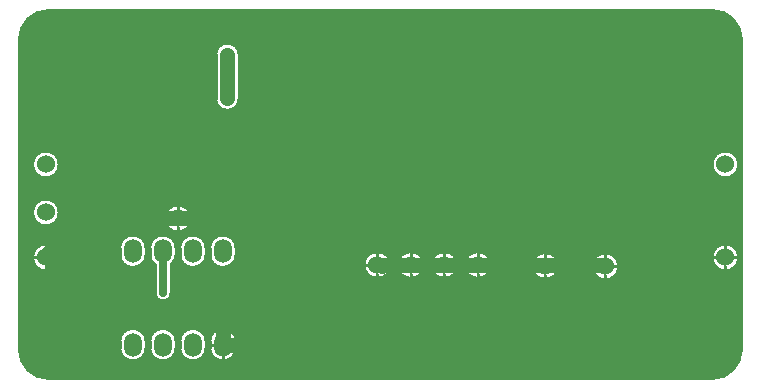
<source format=gbl>
G04 Layer: BottomLayer*
G04 EasyEDA Pro v2.2.45.4, 2025-12-20 17:50:56*
G04 Gerber Generator version 0.3*
G04 Scale: 100 percent, Rotated: No, Reflected: No*
G04 Dimensions in millimeters*
G04 Leading zeros omitted, absolute positions, 4 integers and 5 decimals*
G04 Generated by one-click*
%FSLAX45Y45*%
%MOMM*%
%ADD10C,0.381*%
%ADD11C,0.254*%
%ADD12C,1.524*%
%ADD13O,1.524X2.0*%
%ADD14C,0.61*%
%ADD15C,1.27*%
%ADD16C,0.6431*%
%ADD17C,0.635*%
G75*


G04 Copper Start*
G36*
G01X1562100Y361950D02*
G01X1562100Y-2266950D01*
G01X1560090Y-2297617D01*
G01X1554094Y-2327760D01*
G01X1544215Y-2356861D01*
G01X1530623Y-2384425D01*
G01X1513548Y-2409978D01*
G01X1493285Y-2433085D01*
G01X1470178Y-2453348D01*
G01X1444625Y-2470423D01*
G01X1417061Y-2484015D01*
G01X1387960Y-2493894D01*
G01X1357817Y-2499890D01*
G01X1327150Y-2501900D01*
G01X-4298950Y-2501900D01*
G01X-4329617Y-2499890D01*
G01X-4359760Y-2493894D01*
G01X-4388861Y-2484015D01*
G01X-4416425Y-2470423D01*
G01X-4441978Y-2453348D01*
G01X-4465085Y-2433085D01*
G01X-4485348Y-2409978D01*
G01X-4502423Y-2384425D01*
G01X-4516015Y-2356861D01*
G01X-4525894Y-2327760D01*
G01X-4531890Y-2297617D01*
G01X-4533900Y-2266950D01*
G01X-4533900Y-2199996D01*
G01X-3702304Y-2199996D01*
G01X-3702304Y-2247595D01*
G01X-3700467Y-2268590D01*
G01X-3695013Y-2288947D01*
G01X-3686106Y-2308047D01*
G01X-3674018Y-2325311D01*
G01X-3659116Y-2340213D01*
G01X-3641852Y-2352301D01*
G01X-3622752Y-2361208D01*
G01X-3602395Y-2366662D01*
G01X-3581400Y-2368499D01*
G01X-3560405Y-2366662D01*
G01X-3540048Y-2361208D01*
G01X-3520948Y-2352301D01*
G01X-3503684Y-2340213D01*
G01X-3488782Y-2325311D01*
G01X-3476694Y-2308047D01*
G01X-3467787Y-2288947D01*
G01X-3462333Y-2268590D01*
G01X-3460496Y-2247595D01*
G01X-3460496Y-2199996D01*
G01X-3448304Y-2199996D01*
G01X-3448304Y-2247595D01*
G01X-3446467Y-2268590D01*
G01X-3441013Y-2288947D01*
G01X-3432106Y-2308047D01*
G01X-3420018Y-2325311D01*
G01X-3405116Y-2340213D01*
G01X-3387852Y-2352301D01*
G01X-3368752Y-2361208D01*
G01X-3348395Y-2366662D01*
G01X-3327400Y-2368499D01*
G01X-3306405Y-2366662D01*
G01X-3286048Y-2361208D01*
G01X-3266948Y-2352301D01*
G01X-3249684Y-2340213D01*
G01X-3234782Y-2325311D01*
G01X-3222694Y-2308047D01*
G01X-3213787Y-2288947D01*
G01X-3208333Y-2268590D01*
G01X-3206496Y-2247595D01*
G01X-3206496Y-2199996D01*
G01X-3194304Y-2199996D01*
G01X-3194304Y-2247595D01*
G01X-3192467Y-2268590D01*
G01X-3187013Y-2288947D01*
G01X-3178106Y-2308047D01*
G01X-3166018Y-2325311D01*
G01X-3151116Y-2340213D01*
G01X-3133852Y-2352301D01*
G01X-3114752Y-2361208D01*
G01X-3094395Y-2366662D01*
G01X-3073400Y-2368499D01*
G01X-3052405Y-2366662D01*
G01X-3032048Y-2361208D01*
G01X-3012948Y-2352301D01*
G01X-2995684Y-2340213D01*
G01X-2980782Y-2325311D01*
G01X-2968694Y-2308047D01*
G01X-2959787Y-2288947D01*
G01X-2954333Y-2268590D01*
G01X-2952496Y-2247595D01*
G01X-2952496Y-2199996D01*
G01X-2940304Y-2199996D01*
G01X-2940304Y-2247595D01*
G01X-2938467Y-2268590D01*
G01X-2933013Y-2288947D01*
G01X-2924106Y-2308047D01*
G01X-2912018Y-2325311D01*
G01X-2897116Y-2340213D01*
G01X-2879852Y-2352301D01*
G01X-2860752Y-2361208D01*
G01X-2840395Y-2366662D01*
G01X-2819400Y-2368499D01*
G01X-2798405Y-2366662D01*
G01X-2778048Y-2361208D01*
G01X-2758948Y-2352301D01*
G01X-2741684Y-2340213D01*
G01X-2726782Y-2325311D01*
G01X-2714694Y-2308047D01*
G01X-2705787Y-2288947D01*
G01X-2700333Y-2268590D01*
G01X-2698496Y-2247595D01*
G01X-2698496Y-2199996D01*
G01X-2700333Y-2179001D01*
G01X-2705787Y-2158644D01*
G01X-2714694Y-2139544D01*
G01X-2726782Y-2122280D01*
G01X-2741684Y-2107378D01*
G01X-2758948Y-2095290D01*
G01X-2778048Y-2086383D01*
G01X-2798405Y-2080928D01*
G01X-2819400Y-2079092D01*
G01X-2840395Y-2080928D01*
G01X-2860752Y-2086383D01*
G01X-2879852Y-2095290D01*
G01X-2897116Y-2107378D01*
G01X-2912018Y-2122280D01*
G01X-2924106Y-2139544D01*
G01X-2933013Y-2158644D01*
G01X-2938467Y-2179001D01*
G01X-2940304Y-2199996D01*
G01X-2940304Y-2199996D01*
G01X-2952496Y-2199996D01*
G01X-2954333Y-2179001D01*
G01X-2959787Y-2158644D01*
G01X-2968694Y-2139544D01*
G01X-2980782Y-2122280D01*
G01X-2995684Y-2107378D01*
G01X-3012948Y-2095290D01*
G01X-3032048Y-2086383D01*
G01X-3052405Y-2080928D01*
G01X-3073400Y-2079092D01*
G01X-3094395Y-2080928D01*
G01X-3114752Y-2086383D01*
G01X-3133852Y-2095290D01*
G01X-3151116Y-2107378D01*
G01X-3166018Y-2122280D01*
G01X-3178106Y-2139544D01*
G01X-3187013Y-2158644D01*
G01X-3192467Y-2179001D01*
G01X-3194304Y-2199996D01*
G01X-3194304Y-2199996D01*
G01X-3206496Y-2199996D01*
G01X-3208333Y-2179001D01*
G01X-3213787Y-2158644D01*
G01X-3222694Y-2139544D01*
G01X-3234782Y-2122280D01*
G01X-3249684Y-2107378D01*
G01X-3266948Y-2095290D01*
G01X-3286048Y-2086383D01*
G01X-3306405Y-2080928D01*
G01X-3327400Y-2079092D01*
G01X-3348395Y-2080928D01*
G01X-3368752Y-2086383D01*
G01X-3387852Y-2095290D01*
G01X-3405116Y-2107378D01*
G01X-3420018Y-2122280D01*
G01X-3432106Y-2139544D01*
G01X-3441013Y-2158644D01*
G01X-3446467Y-2179001D01*
G01X-3448304Y-2199996D01*
G01X-3448304Y-2199996D01*
G01X-3460496Y-2199996D01*
G01X-3462333Y-2179001D01*
G01X-3467787Y-2158644D01*
G01X-3476694Y-2139544D01*
G01X-3488782Y-2122280D01*
G01X-3503684Y-2107378D01*
G01X-3520948Y-2095290D01*
G01X-3540048Y-2086383D01*
G01X-3560405Y-2080928D01*
G01X-3581400Y-2079092D01*
G01X-3602395Y-2080928D01*
G01X-3622752Y-2086383D01*
G01X-3641852Y-2095290D01*
G01X-3659116Y-2107378D01*
G01X-3674018Y-2122280D01*
G01X-3686106Y-2139544D01*
G01X-3695013Y-2158644D01*
G01X-3700467Y-2179001D01*
G01X-3702304Y-2199996D01*
G01X-3702304Y-2199996D01*
G01X-4533900Y-2199996D01*
G01X-4533900Y-1485900D01*
G01X-4438904Y-1485900D01*
G01X-4437067Y-1506895D01*
G01X-4431613Y-1527252D01*
G01X-4422706Y-1546352D01*
G01X-4410618Y-1563616D01*
G01X-4395716Y-1578518D01*
G01X-4378452Y-1590606D01*
G01X-4359352Y-1599513D01*
G01X-4338995Y-1604967D01*
G01X-4318000Y-1606804D01*
G01X-4297005Y-1604967D01*
G01X-4276648Y-1599513D01*
G01X-4257548Y-1590606D01*
G01X-4240284Y-1578518D01*
G01X-4225382Y-1563616D01*
G01X-4213294Y-1546352D01*
G01X-4204387Y-1527252D01*
G01X-4198933Y-1506895D01*
G01X-4197096Y-1485900D01*
G01X-4198933Y-1464905D01*
G01X-4204387Y-1444548D01*
G01X-4213294Y-1425448D01*
G01X-4224108Y-1410005D01*
G01X-3702304Y-1410005D01*
G01X-3702304Y-1457604D01*
G01X-3700467Y-1478599D01*
G01X-3695013Y-1498956D01*
G01X-3686106Y-1518056D01*
G01X-3674018Y-1535320D01*
G01X-3659116Y-1550222D01*
G01X-3641852Y-1562310D01*
G01X-3622752Y-1571217D01*
G01X-3602395Y-1576672D01*
G01X-3581400Y-1578508D01*
G01X-3560405Y-1576672D01*
G01X-3540048Y-1571217D01*
G01X-3520948Y-1562310D01*
G01X-3503684Y-1550222D01*
G01X-3488782Y-1535320D01*
G01X-3476694Y-1518056D01*
G01X-3467787Y-1498956D01*
G01X-3462333Y-1478599D01*
G01X-3460496Y-1457604D01*
G01X-3460496Y-1410005D01*
G01X-3448304Y-1410005D01*
G01X-3448304Y-1457604D01*
G01X-3446350Y-1479253D01*
G01X-3440552Y-1500201D01*
G01X-3431096Y-1519773D01*
G01X-3418289Y-1537335D01*
G01X-3402544Y-1552321D01*
G01X-3402544Y-1786095D01*
G01X-3402544Y-1786095D01*
G01X-3400627Y-1803108D01*
G01X-3394973Y-1819267D01*
G01X-3385864Y-1833763D01*
G01X-3373758Y-1845869D01*
G01X-3359262Y-1854978D01*
G01X-3343103Y-1860632D01*
G01X-3326090Y-1862549D01*
G01X-3309077Y-1860632D01*
G01X-3292918Y-1854978D01*
G01X-3278422Y-1845869D01*
G01X-3266316Y-1833763D01*
G01X-3257207Y-1819267D01*
G01X-3251553Y-1803108D01*
G01X-3249636Y-1786095D01*
G01X-3249636Y-1550182D01*
G01X-3234750Y-1535281D01*
G01X-3222675Y-1518024D01*
G01X-3213779Y-1498932D01*
G01X-3208331Y-1478587D01*
G01X-3206496Y-1457604D01*
G01X-3206496Y-1410005D01*
G01X-3194304Y-1410005D01*
G01X-3194304Y-1457604D01*
G01X-3192467Y-1478599D01*
G01X-3187013Y-1498956D01*
G01X-3178106Y-1518056D01*
G01X-3166018Y-1535320D01*
G01X-3151116Y-1550222D01*
G01X-3133852Y-1562310D01*
G01X-3114752Y-1571217D01*
G01X-3094395Y-1576672D01*
G01X-3073400Y-1578508D01*
G01X-3052405Y-1576672D01*
G01X-3032048Y-1571217D01*
G01X-3012948Y-1562310D01*
G01X-2995684Y-1550222D01*
G01X-2980782Y-1535320D01*
G01X-2968694Y-1518056D01*
G01X-2959787Y-1498956D01*
G01X-2954333Y-1478599D01*
G01X-2952496Y-1457604D01*
G01X-2952496Y-1410005D01*
G01X-2940304Y-1410005D01*
G01X-2940304Y-1457604D01*
G01X-2938467Y-1478599D01*
G01X-2933013Y-1498956D01*
G01X-2924106Y-1518056D01*
G01X-2912018Y-1535320D01*
G01X-2897116Y-1550222D01*
G01X-2879852Y-1562310D01*
G01X-2860752Y-1571217D01*
G01X-2840395Y-1576672D01*
G01X-2819400Y-1578508D01*
G01X-2798405Y-1576672D01*
G01X-2778048Y-1571217D01*
G01X-2758948Y-1562310D01*
G01X-2741684Y-1550222D01*
G01X-2740862Y-1549400D01*
G01X-1632204Y-1549400D01*
G01X-1630367Y-1570395D01*
G01X-1624913Y-1590752D01*
G01X-1616006Y-1609852D01*
G01X-1603918Y-1627116D01*
G01X-1589016Y-1642018D01*
G01X-1571752Y-1654106D01*
G01X-1552652Y-1663013D01*
G01X-1532295Y-1668467D01*
G01X-1511300Y-1670304D01*
G01X-1490305Y-1668467D01*
G01X-1469948Y-1663013D01*
G01X-1450848Y-1654106D01*
G01X-1433584Y-1642018D01*
G01X-1418682Y-1627116D01*
G01X-1406594Y-1609852D01*
G01X-1397687Y-1590752D01*
G01X-1392233Y-1570395D01*
G01X-1390425Y-1549730D01*
G01X-1348571Y-1549730D01*
G01X-1346734Y-1570725D01*
G01X-1341279Y-1591082D01*
G01X-1332373Y-1610182D01*
G01X-1320285Y-1627446D01*
G01X-1305382Y-1642348D01*
G01X-1288119Y-1654436D01*
G01X-1269018Y-1663343D01*
G01X-1248661Y-1668797D01*
G01X-1227667Y-1670634D01*
G01X-1206672Y-1668797D01*
G01X-1186315Y-1663343D01*
G01X-1167215Y-1654436D01*
G01X-1149951Y-1642348D01*
G01X-1135049Y-1627446D01*
G01X-1122961Y-1610182D01*
G01X-1114054Y-1591082D01*
G01X-1108599Y-1570725D01*
G01X-1106763Y-1549730D01*
G01X-1064937Y-1549730D01*
G01X-1063101Y-1570725D01*
G01X-1057646Y-1591082D01*
G01X-1048739Y-1610182D01*
G01X-1036651Y-1627446D01*
G01X-1021749Y-1642348D01*
G01X-1004485Y-1654436D01*
G01X-985385Y-1663343D01*
G01X-965028Y-1668797D01*
G01X-944033Y-1670634D01*
G01X-923039Y-1668797D01*
G01X-902682Y-1663343D01*
G01X-883581Y-1654436D01*
G01X-866318Y-1642348D01*
G01X-851415Y-1627446D01*
G01X-839327Y-1610182D01*
G01X-830421Y-1591082D01*
G01X-824966Y-1570725D01*
G01X-823129Y-1549730D01*
G01X-823158Y-1549400D01*
G01X-781304Y-1549400D01*
G01X-779467Y-1570395D01*
G01X-774013Y-1590752D01*
G01X-765106Y-1609852D01*
G01X-753018Y-1627116D01*
G01X-738116Y-1642018D01*
G01X-720852Y-1654106D01*
G01X-701752Y-1663013D01*
G01X-681395Y-1668467D01*
G01X-660400Y-1670304D01*
G01X-639405Y-1668467D01*
G01X-619048Y-1663013D01*
G01X-599948Y-1654106D01*
G01X-582684Y-1642018D01*
G01X-567782Y-1627116D01*
G01X-555694Y-1609852D01*
G01X-546787Y-1590752D01*
G01X-541333Y-1570395D01*
G01X-540204Y-1557487D01*
G01X-211640Y-1557487D01*
G01X-209803Y-1578482D01*
G01X-204348Y-1598839D01*
G01X-195442Y-1617939D01*
G01X-183353Y-1635203D01*
G01X-168451Y-1650105D01*
G01X-151188Y-1662193D01*
G01X-132087Y-1671100D01*
G01X-111730Y-1676555D01*
G01X-90736Y-1678391D01*
G01X-69741Y-1676555D01*
G01X-49384Y-1671100D01*
G01X-30284Y-1662193D01*
G01X-13020Y-1650105D01*
G01X1882Y-1635203D01*
G01X13970Y-1617939D01*
G01X22877Y-1598839D01*
G01X28332Y-1578482D01*
G01X29765Y-1562100D01*
G01X298196Y-1562100D01*
G01X300033Y-1583095D01*
G01X305487Y-1603452D01*
G01X314394Y-1622552D01*
G01X326482Y-1639816D01*
G01X341384Y-1654718D01*
G01X358648Y-1666806D01*
G01X377748Y-1675713D01*
G01X398105Y-1681167D01*
G01X419100Y-1683004D01*
G01X440095Y-1681167D01*
G01X460452Y-1675713D01*
G01X479552Y-1666806D01*
G01X496816Y-1654718D01*
G01X511718Y-1639816D01*
G01X523806Y-1622552D01*
G01X532713Y-1603452D01*
G01X538167Y-1583095D01*
G01X540004Y-1562100D01*
G01X538167Y-1541105D01*
G01X532713Y-1520748D01*
G01X523806Y-1501648D01*
G01X512779Y-1485900D01*
G01X1314196Y-1485900D01*
G01X1316033Y-1506895D01*
G01X1321487Y-1527252D01*
G01X1330394Y-1546352D01*
G01X1342482Y-1563616D01*
G01X1357384Y-1578518D01*
G01X1374648Y-1590606D01*
G01X1393748Y-1599513D01*
G01X1414105Y-1604967D01*
G01X1435100Y-1606804D01*
G01X1456095Y-1604967D01*
G01X1476452Y-1599513D01*
G01X1495552Y-1590606D01*
G01X1512816Y-1578518D01*
G01X1527718Y-1563616D01*
G01X1539806Y-1546352D01*
G01X1548713Y-1527252D01*
G01X1554167Y-1506895D01*
G01X1556004Y-1485900D01*
G01X1554167Y-1464905D01*
G01X1548713Y-1444548D01*
G01X1539806Y-1425448D01*
G01X1527718Y-1408184D01*
G01X1512816Y-1393282D01*
G01X1495552Y-1381194D01*
G01X1476452Y-1372287D01*
G01X1456095Y-1366833D01*
G01X1435100Y-1364996D01*
G01X1414105Y-1366833D01*
G01X1393748Y-1372287D01*
G01X1374648Y-1381194D01*
G01X1357384Y-1393282D01*
G01X1342482Y-1408184D01*
G01X1330394Y-1425448D01*
G01X1321487Y-1444548D01*
G01X1316033Y-1464905D01*
G01X1314196Y-1485900D01*
G01X1314196Y-1485900D01*
G01X512779Y-1485900D01*
G01X511718Y-1484384D01*
G01X496816Y-1469482D01*
G01X479552Y-1457394D01*
G01X460452Y-1448487D01*
G01X440095Y-1443033D01*
G01X419100Y-1441196D01*
G01X398105Y-1443033D01*
G01X377748Y-1448487D01*
G01X358648Y-1457394D01*
G01X341384Y-1469482D01*
G01X326482Y-1484384D01*
G01X314394Y-1501648D01*
G01X305487Y-1520748D01*
G01X300033Y-1541105D01*
G01X298196Y-1562100D01*
G01X298196Y-1562100D01*
G01X29765Y-1562100D01*
G01X30168Y-1557487D01*
G01X28332Y-1536493D01*
G01X22877Y-1516136D01*
G01X13970Y-1497035D01*
G01X1882Y-1479772D01*
G01X-13020Y-1464870D01*
G01X-30284Y-1452781D01*
G01X-49384Y-1443875D01*
G01X-69741Y-1438420D01*
G01X-90736Y-1436583D01*
G01X-111730Y-1438420D01*
G01X-132087Y-1443875D01*
G01X-151188Y-1452781D01*
G01X-168451Y-1464870D01*
G01X-183353Y-1479772D01*
G01X-195442Y-1497035D01*
G01X-204348Y-1516136D01*
G01X-209803Y-1536493D01*
G01X-211640Y-1557487D01*
G01X-211640Y-1557487D01*
G01X-540204Y-1557487D01*
G01X-539496Y-1549400D01*
G01X-541333Y-1528405D01*
G01X-546787Y-1508048D01*
G01X-555694Y-1488948D01*
G01X-567782Y-1471684D01*
G01X-582684Y-1456782D01*
G01X-599948Y-1444694D01*
G01X-619048Y-1435787D01*
G01X-639405Y-1430333D01*
G01X-660400Y-1428496D01*
G01X-681395Y-1430333D01*
G01X-701752Y-1435787D01*
G01X-720852Y-1444694D01*
G01X-738116Y-1456782D01*
G01X-753018Y-1471684D01*
G01X-765106Y-1488948D01*
G01X-774013Y-1508048D01*
G01X-779467Y-1528405D01*
G01X-781304Y-1549400D01*
G01X-781304Y-1549400D01*
G01X-823158Y-1549400D01*
G01X-824966Y-1528735D01*
G01X-830421Y-1508379D01*
G01X-839327Y-1489278D01*
G01X-851415Y-1472015D01*
G01X-866318Y-1457112D01*
G01X-883581Y-1445024D01*
G01X-902682Y-1436118D01*
G01X-923039Y-1430663D01*
G01X-944033Y-1428826D01*
G01X-965028Y-1430663D01*
G01X-985385Y-1436118D01*
G01X-1004485Y-1445024D01*
G01X-1021749Y-1457112D01*
G01X-1036651Y-1472015D01*
G01X-1048739Y-1489278D01*
G01X-1057646Y-1508379D01*
G01X-1063101Y-1528735D01*
G01X-1064937Y-1549730D01*
G01X-1064937Y-1549730D01*
G01X-1106763Y-1549730D01*
G01X-1108599Y-1528735D01*
G01X-1114054Y-1508379D01*
G01X-1122961Y-1489278D01*
G01X-1135049Y-1472015D01*
G01X-1149951Y-1457112D01*
G01X-1167215Y-1445024D01*
G01X-1186315Y-1436118D01*
G01X-1206672Y-1430663D01*
G01X-1227667Y-1428826D01*
G01X-1248661Y-1430663D01*
G01X-1269018Y-1436118D01*
G01X-1288119Y-1445024D01*
G01X-1305382Y-1457112D01*
G01X-1320285Y-1472015D01*
G01X-1332373Y-1489278D01*
G01X-1341279Y-1508379D01*
G01X-1346734Y-1528735D01*
G01X-1348571Y-1549730D01*
G01X-1348571Y-1549730D01*
G01X-1390425Y-1549730D01*
G01X-1390396Y-1549400D01*
G01X-1392233Y-1528405D01*
G01X-1397687Y-1508048D01*
G01X-1406594Y-1488948D01*
G01X-1418682Y-1471684D01*
G01X-1433584Y-1456782D01*
G01X-1450848Y-1444694D01*
G01X-1469948Y-1435787D01*
G01X-1490305Y-1430333D01*
G01X-1511300Y-1428496D01*
G01X-1532295Y-1430333D01*
G01X-1552652Y-1435787D01*
G01X-1571752Y-1444694D01*
G01X-1589016Y-1456782D01*
G01X-1603918Y-1471684D01*
G01X-1616006Y-1488948D01*
G01X-1624913Y-1508048D01*
G01X-1630367Y-1528405D01*
G01X-1632204Y-1549400D01*
G01X-1632204Y-1549400D01*
G01X-2740862Y-1549400D01*
G01X-2726782Y-1535320D01*
G01X-2714694Y-1518056D01*
G01X-2705787Y-1498956D01*
G01X-2700333Y-1478599D01*
G01X-2698496Y-1457604D01*
G01X-2698496Y-1410005D01*
G01X-2700333Y-1389010D01*
G01X-2705787Y-1368653D01*
G01X-2714694Y-1349553D01*
G01X-2726782Y-1332289D01*
G01X-2741684Y-1317387D01*
G01X-2758948Y-1305299D01*
G01X-2778048Y-1296392D01*
G01X-2798405Y-1290938D01*
G01X-2819400Y-1289101D01*
G01X-2840395Y-1290938D01*
G01X-2860752Y-1296392D01*
G01X-2879852Y-1305299D01*
G01X-2897116Y-1317387D01*
G01X-2912018Y-1332289D01*
G01X-2924106Y-1349553D01*
G01X-2933013Y-1368653D01*
G01X-2938467Y-1389010D01*
G01X-2940304Y-1410005D01*
G01X-2940304Y-1410005D01*
G01X-2952496Y-1410005D01*
G01X-2954333Y-1389010D01*
G01X-2959787Y-1368653D01*
G01X-2968694Y-1349553D01*
G01X-2980782Y-1332289D01*
G01X-2995684Y-1317387D01*
G01X-3012948Y-1305299D01*
G01X-3032048Y-1296392D01*
G01X-3052405Y-1290938D01*
G01X-3073400Y-1289101D01*
G01X-3094395Y-1290938D01*
G01X-3114752Y-1296392D01*
G01X-3133852Y-1305299D01*
G01X-3151116Y-1317387D01*
G01X-3166018Y-1332289D01*
G01X-3178106Y-1349553D01*
G01X-3187013Y-1368653D01*
G01X-3192467Y-1389010D01*
G01X-3194304Y-1410005D01*
G01X-3194304Y-1410005D01*
G01X-3206496Y-1410005D01*
G01X-3208333Y-1389010D01*
G01X-3213787Y-1368653D01*
G01X-3222694Y-1349553D01*
G01X-3234782Y-1332289D01*
G01X-3249684Y-1317387D01*
G01X-3266948Y-1305299D01*
G01X-3286048Y-1296392D01*
G01X-3306405Y-1290938D01*
G01X-3327400Y-1289101D01*
G01X-3348395Y-1290938D01*
G01X-3368752Y-1296392D01*
G01X-3387852Y-1305299D01*
G01X-3405116Y-1317387D01*
G01X-3420018Y-1332289D01*
G01X-3432106Y-1349553D01*
G01X-3441013Y-1368653D01*
G01X-3446467Y-1389010D01*
G01X-3448304Y-1410005D01*
G01X-3460496Y-1410005D01*
G01X-3462333Y-1389010D01*
G01X-3467787Y-1368653D01*
G01X-3476694Y-1349553D01*
G01X-3488782Y-1332289D01*
G01X-3503684Y-1317387D01*
G01X-3520948Y-1305299D01*
G01X-3540048Y-1296392D01*
G01X-3560405Y-1290938D01*
G01X-3581400Y-1289101D01*
G01X-3602395Y-1290938D01*
G01X-3622752Y-1296392D01*
G01X-3641852Y-1305299D01*
G01X-3659116Y-1317387D01*
G01X-3674018Y-1332289D01*
G01X-3686106Y-1349553D01*
G01X-3695013Y-1368653D01*
G01X-3700467Y-1389010D01*
G01X-3702304Y-1410005D01*
G01X-3702304Y-1410005D01*
G01X-4224108Y-1410005D01*
G01X-4225382Y-1408184D01*
G01X-4240284Y-1393282D01*
G01X-4257548Y-1381194D01*
G01X-4276648Y-1372287D01*
G01X-4297005Y-1366833D01*
G01X-4318000Y-1364996D01*
G01X-4338995Y-1366833D01*
G01X-4359352Y-1372287D01*
G01X-4378452Y-1381194D01*
G01X-4395716Y-1393282D01*
G01X-4410618Y-1408184D01*
G01X-4422706Y-1425448D01*
G01X-4431613Y-1444548D01*
G01X-4437067Y-1464905D01*
G01X-4438904Y-1485900D01*
G01X-4438904Y-1485900D01*
G01X-4533900Y-1485900D01*
G01X-4533900Y-1104900D01*
G01X-4438904Y-1104900D01*
G01X-4437067Y-1125895D01*
G01X-4431613Y-1146252D01*
G01X-4422706Y-1165352D01*
G01X-4410618Y-1182616D01*
G01X-4395716Y-1197518D01*
G01X-4378452Y-1209606D01*
G01X-4359352Y-1218513D01*
G01X-4338995Y-1223967D01*
G01X-4318000Y-1225804D01*
G01X-4297005Y-1223967D01*
G01X-4276648Y-1218513D01*
G01X-4257548Y-1209606D01*
G01X-4240284Y-1197518D01*
G01X-4225382Y-1182616D01*
G01X-4213294Y-1165352D01*
G01X-4208793Y-1155700D01*
G01X-3321304Y-1155700D01*
G01X-3319467Y-1176695D01*
G01X-3314013Y-1197052D01*
G01X-3305106Y-1216152D01*
G01X-3293018Y-1233416D01*
G01X-3278116Y-1248318D01*
G01X-3260852Y-1260406D01*
G01X-3241752Y-1269313D01*
G01X-3221395Y-1274767D01*
G01X-3200400Y-1276604D01*
G01X-3179405Y-1274767D01*
G01X-3159048Y-1269313D01*
G01X-3139948Y-1260406D01*
G01X-3122684Y-1248318D01*
G01X-3107782Y-1233416D01*
G01X-3095694Y-1216152D01*
G01X-3086787Y-1197052D01*
G01X-3081333Y-1176695D01*
G01X-3079496Y-1155700D01*
G01X-3081333Y-1134705D01*
G01X-3086787Y-1114348D01*
G01X-3095694Y-1095248D01*
G01X-3107782Y-1077984D01*
G01X-3122684Y-1063082D01*
G01X-3139948Y-1050994D01*
G01X-3159048Y-1042087D01*
G01X-3179405Y-1036633D01*
G01X-3200400Y-1034796D01*
G01X-3221395Y-1036633D01*
G01X-3241752Y-1042087D01*
G01X-3260852Y-1050994D01*
G01X-3278116Y-1063082D01*
G01X-3293018Y-1077984D01*
G01X-3305106Y-1095248D01*
G01X-3314013Y-1114348D01*
G01X-3319467Y-1134705D01*
G01X-3321304Y-1155700D01*
G01X-3321304Y-1155700D01*
G01X-4208793Y-1155700D01*
G01X-4204387Y-1146252D01*
G01X-4198933Y-1125895D01*
G01X-4197096Y-1104900D01*
G01X-4198933Y-1083905D01*
G01X-4204387Y-1063548D01*
G01X-4213294Y-1044448D01*
G01X-4225382Y-1027184D01*
G01X-4240284Y-1012282D01*
G01X-4257548Y-1000194D01*
G01X-4276648Y-991287D01*
G01X-4297005Y-985833D01*
G01X-4318000Y-983996D01*
G01X-4338995Y-985833D01*
G01X-4359352Y-991287D01*
G01X-4378452Y-1000194D01*
G01X-4395716Y-1012282D01*
G01X-4410618Y-1027184D01*
G01X-4422706Y-1044448D01*
G01X-4431613Y-1063548D01*
G01X-4437067Y-1083905D01*
G01X-4438904Y-1104900D01*
G01X-4438904Y-1104900D01*
G01X-4533900Y-1104900D01*
G01X-4533900Y-698500D01*
G01X-4438904Y-698500D01*
G01X-4437067Y-719495D01*
G01X-4431613Y-739852D01*
G01X-4422706Y-758952D01*
G01X-4410618Y-776216D01*
G01X-4395716Y-791118D01*
G01X-4378452Y-803206D01*
G01X-4359352Y-812113D01*
G01X-4338995Y-817567D01*
G01X-4318000Y-819404D01*
G01X-4297005Y-817567D01*
G01X-4276648Y-812113D01*
G01X-4257548Y-803206D01*
G01X-4240284Y-791118D01*
G01X-4225382Y-776216D01*
G01X-4213294Y-758952D01*
G01X-4204387Y-739852D01*
G01X-4198933Y-719495D01*
G01X-4197096Y-698500D01*
G01X1314196Y-698500D01*
G01X1316033Y-719495D01*
G01X1321487Y-739852D01*
G01X1330394Y-758952D01*
G01X1342482Y-776216D01*
G01X1357384Y-791118D01*
G01X1374648Y-803206D01*
G01X1393748Y-812113D01*
G01X1414105Y-817567D01*
G01X1435100Y-819404D01*
G01X1456095Y-817567D01*
G01X1476452Y-812113D01*
G01X1495552Y-803206D01*
G01X1512816Y-791118D01*
G01X1527718Y-776216D01*
G01X1539806Y-758952D01*
G01X1548713Y-739852D01*
G01X1554167Y-719495D01*
G01X1556004Y-698500D01*
G01X1554167Y-677505D01*
G01X1548713Y-657148D01*
G01X1539806Y-638048D01*
G01X1527718Y-620784D01*
G01X1512816Y-605882D01*
G01X1495552Y-593794D01*
G01X1476452Y-584887D01*
G01X1456095Y-579433D01*
G01X1435100Y-577596D01*
G01X1414105Y-579433D01*
G01X1393748Y-584887D01*
G01X1374648Y-593794D01*
G01X1357384Y-605882D01*
G01X1342482Y-620784D01*
G01X1330394Y-638048D01*
G01X1321487Y-657148D01*
G01X1316033Y-677505D01*
G01X1314196Y-698500D01*
G01X1314196Y-698500D01*
G01X-4197096Y-698500D01*
G01X-4198933Y-677505D01*
G01X-4204387Y-657148D01*
G01X-4213294Y-638048D01*
G01X-4225382Y-620784D01*
G01X-4240284Y-605882D01*
G01X-4257548Y-593794D01*
G01X-4276648Y-584887D01*
G01X-4297005Y-579433D01*
G01X-4318000Y-577596D01*
G01X-4338995Y-579433D01*
G01X-4359352Y-584887D01*
G01X-4378452Y-593794D01*
G01X-4395716Y-605882D01*
G01X-4410618Y-620784D01*
G01X-4422706Y-638048D01*
G01X-4431613Y-657148D01*
G01X-4437067Y-677505D01*
G01X-4438904Y-698500D01*
G01X-4438904Y-698500D01*
G01X-4533900Y-698500D01*
G01X-4533900Y228600D01*
G01X-2889504Y228600D01*
G01X-2889504Y-139700D01*
G01X-2887662Y-159582D01*
G01X-2882197Y-178788D01*
G01X-2873297Y-196662D01*
G01X-2861264Y-212597D01*
G01X-2846507Y-226049D01*
G01X-2829531Y-236560D01*
G01X-2810911Y-243773D01*
G01X-2791284Y-247442D01*
G01X-2771316Y-247442D01*
G01X-2751689Y-243773D01*
G01X-2733069Y-236560D01*
G01X-2716093Y-226049D01*
G01X-2701336Y-212597D01*
G01X-2689303Y-196662D01*
G01X-2680403Y-178788D01*
G01X-2674938Y-159582D01*
G01X-2673096Y-139700D01*
G01X-2673096Y228600D01*
G01X-2674938Y248482D01*
G01X-2680403Y267688D01*
G01X-2689303Y285562D01*
G01X-2701336Y301497D01*
G01X-2716093Y314949D01*
G01X-2733069Y325460D01*
G01X-2751689Y332673D01*
G01X-2771316Y336342D01*
G01X-2791284Y336342D01*
G01X-2810911Y332673D01*
G01X-2829531Y325460D01*
G01X-2846507Y314949D01*
G01X-2861264Y301497D01*
G01X-2873297Y285562D01*
G01X-2882197Y267688D01*
G01X-2887662Y248482D01*
G01X-2889504Y228600D01*
G01X-2889504Y228600D01*
G01X-4533900Y228600D01*
G01X-4533900Y361950D01*
G01X-4531890Y392617D01*
G01X-4525894Y422760D01*
G01X-4516015Y451861D01*
G01X-4502423Y479425D01*
G01X-4485348Y504978D01*
G01X-4465085Y528085D01*
G01X-4441978Y548348D01*
G01X-4416425Y565423D01*
G01X-4388861Y579015D01*
G01X-4359760Y588894D01*
G01X-4329617Y594890D01*
G01X-4298950Y596900D01*
G01X1327150Y596900D01*
G01X1357817Y594890D01*
G01X1387960Y588894D01*
G01X1417061Y579015D01*
G01X1444625Y565423D01*
G01X1470178Y548348D01*
G01X1493285Y528085D01*
G01X1513548Y504978D01*
G01X1530623Y479425D01*
G01X1544215Y451861D01*
G01X1554094Y422760D01*
G01X1560090Y392617D01*
G01X1562100Y361950D01*
G37*
G54D10*
G01X1562100Y361950D02*
G01X1562100Y-2266950D01*
G02X1327150Y-2501900I-234950J0D01*
G01X-4298950Y-2501900D01*
G02X-4533900Y-2266950I0J234950D01*
G01X-4533900Y361950D01*
G02X-4298950Y596900I234950J0D01*
G01X1327150Y596900D01*
G02X1562100Y361950I0J-234950D01*
G01X-4438904Y-698500D02*
G03X-4197096Y-698500I120904J0D01*
G03X-4438904Y-698500I-120904J0D01*
G01X-4438904Y-1104900D02*
G03X-4197096Y-1104900I120904J0D01*
G03X-4438904Y-1104900I-120904J0D01*
G01X-4438904Y-1485900D02*
G03X-4197096Y-1485900I120904J0D01*
G03X-4438904Y-1485900I-120904J0D01*
G01X-3702304Y-2199996D02*
G01X-3702304Y-2247595D01*
G03X-3460496Y-2247595I120904J0D01*
G01X-3460496Y-2199996D01*
G03X-3702304Y-2199996I-120904J0D01*
G01X-3702304Y-1410005D02*
G01X-3702304Y-1457604D01*
G03X-3460496Y-1457604I120904J0D01*
G01X-3460496Y-1410005D01*
G03X-3702304Y-1410005I-120904J0D01*
G01X-3448304Y-2199996D02*
G01X-3448304Y-2247595D01*
G03X-3206496Y-2247595I120904J0D01*
G01X-3206496Y-2199996D01*
G03X-3448304Y-2199996I-120904J0D01*
G01X-3402544Y-1786095D02*
G03X-3249636Y-1786095I76454J0D01*
G01X-3249636Y-1550182D01*
G03X-3206496Y-1457604I-77764J92577D01*
G01X-3206496Y-1410005D01*
G03X-3448304Y-1410005I-120904J0D01*
G01X-3448304Y-1457604D01*
G03X-3402544Y-1552321I120904J0D01*
G01X-3402544Y-1786095D01*
G01X-3321304Y-1155700D02*
G03X-3079496Y-1155700I120904J0D01*
G03X-3321304Y-1155700I-120904J0D01*
G01X-3194304Y-2199996D02*
G01X-3194304Y-2247595D01*
G03X-2952496Y-2247595I120904J0D01*
G01X-2952496Y-2199996D01*
G03X-3194304Y-2199996I-120904J0D01*
G01X-3194304Y-1410005D02*
G01X-3194304Y-1457604D01*
G03X-2952496Y-1457604I120904J0D01*
G01X-2952496Y-1410005D01*
G03X-3194304Y-1410005I-120904J0D01*
G01X-2940304Y-2199996D02*
G01X-2940304Y-2247595D01*
G03X-2698496Y-2247595I120904J0D01*
G01X-2698496Y-2199996D01*
G03X-2940304Y-2199996I-120904J0D01*
G01X-2940304Y-1410005D02*
G01X-2940304Y-1457604D01*
G03X-2698496Y-1457604I120904J0D01*
G01X-2698496Y-1410005D01*
G03X-2940304Y-1410005I-120904J0D01*
G01X-2889504Y228600D02*
G01X-2889504Y-139700D01*
G03X-2673096Y-139700I108204J0D01*
G01X-2673096Y228600D01*
G03X-2889504Y228600I-108204J0D01*
G01X-1632204Y-1549400D02*
G03X-1390396Y-1549400I120904J0D01*
G03X-1632204Y-1549400I-120904J0D01*
G01X-1348571Y-1549730D02*
G03X-1106763Y-1549730I120904J0D01*
G03X-1348571Y-1549730I-120904J0D01*
G01X-1064937Y-1549730D02*
G03X-823129Y-1549730I120904J0D01*
G03X-1064937Y-1549730I-120904J0D01*
G01X-781304Y-1549400D02*
G03X-539496Y-1549400I120904J0D01*
G03X-781304Y-1549400I-120904J0D01*
G01X-211640Y-1557487D02*
G03X30168Y-1557487I120904J0D01*
G03X-211640Y-1557487I-120904J0D01*
G01X298196Y-1562100D02*
G03X540004Y-1562100I120904J0D01*
G03X298196Y-1562100I-120904J0D01*
G01X1314196Y-698500D02*
G03X1556004Y-698500I120904J0D01*
G03X1314196Y-698500I-120904J0D01*
G01X1314196Y-1485900D02*
G03X1556004Y-1485900I120904J0D01*
G03X1314196Y-1485900I-120904J0D01*
G54D11*
G01X-4393946Y-1485900D02*
G01X-4419854Y-1485900D01*
G01X-4242054Y-1485900D02*
G01X-4216146Y-1485900D01*
G01X-4318000Y-1409954D02*
G01X-4318000Y-1384046D01*
G01X-4318000Y-1561846D02*
G01X-4318000Y-1587754D01*
G01X-3276346Y-1155700D02*
G01X-3302254Y-1155700D01*
G01X-3124454Y-1155700D02*
G01X-3098546Y-1155700D01*
G01X-3200400Y-1079754D02*
G01X-3200400Y-1053846D01*
G01X-3200400Y-1231646D02*
G01X-3200400Y-1257554D01*
G01X-2895346Y-2223795D02*
G01X-2921254Y-2223795D01*
G01X-2743454Y-2223795D02*
G01X-2717546Y-2223795D01*
G01X-2819400Y-2124050D02*
G01X-2819400Y-2098142D01*
G01X-2819400Y-2323541D02*
G01X-2819400Y-2349449D01*
G01X-1587246Y-1549400D02*
G01X-1613154Y-1549400D01*
G01X-1435354Y-1549400D02*
G01X-1409446Y-1549400D01*
G01X-1511300Y-1473454D02*
G01X-1511300Y-1447546D01*
G01X-1511300Y-1625346D02*
G01X-1511300Y-1651254D01*
G01X-1303613Y-1549730D02*
G01X-1329521Y-1549730D01*
G01X-1151721Y-1549730D02*
G01X-1125813Y-1549730D01*
G01X-1227667Y-1473784D02*
G01X-1227667Y-1447876D01*
G01X-1227667Y-1625676D02*
G01X-1227667Y-1651584D01*
G01X-1019979Y-1549730D02*
G01X-1045887Y-1549730D01*
G01X-868087Y-1549730D02*
G01X-842179Y-1549730D01*
G01X-944033Y-1473784D02*
G01X-944033Y-1447876D01*
G01X-944033Y-1625676D02*
G01X-944033Y-1651584D01*
G01X-736346Y-1549400D02*
G01X-762254Y-1549400D01*
G01X-584454Y-1549400D02*
G01X-558546Y-1549400D01*
G01X-660400Y-1473454D02*
G01X-660400Y-1447546D01*
G01X-660400Y-1625346D02*
G01X-660400Y-1651254D01*
G01X-166682Y-1557487D02*
G01X-192590Y-1557487D01*
G01X-14790Y-1557487D02*
G01X11118Y-1557487D01*
G01X-90736Y-1481541D02*
G01X-90736Y-1455633D01*
G01X-90736Y-1633433D02*
G01X-90736Y-1659341D01*
G01X343154Y-1562100D02*
G01X317246Y-1562100D01*
G01X495046Y-1562100D02*
G01X520954Y-1562100D01*
G01X419100Y-1486154D02*
G01X419100Y-1460246D01*
G01X419100Y-1638046D02*
G01X419100Y-1663954D01*
G01X1359154Y-1485900D02*
G01X1333246Y-1485900D01*
G01X1511046Y-1485900D02*
G01X1536954Y-1485900D01*
G01X1435100Y-1409954D02*
G01X1435100Y-1384046D01*
G01X1435100Y-1561846D02*
G01X1435100Y-1587754D01*
G04 Copper End*

G04 Pad Start*
G54D12*
G01X1435100Y-698500D03*
G01X1435100Y-1485900D03*
G01X-4318000Y-698500D03*
G01X-4318000Y-1485900D03*
G01X-3200400Y-1155700D03*
G01X419100Y-1562100D03*
G01X-660400Y-1549400D03*
G01X-90736Y-1557487D03*
G01X-4318000Y-1104900D03*
G01X-944033Y-1549730D03*
G01X-1227667Y-1549730D03*
G01X-1511300Y-1549400D03*
G54D13*
G01X-3581400Y-2223795D03*
G01X-3581400Y-1433805D03*
G01X-3327400Y-2223795D03*
G01X-3327400Y-1433805D03*
G01X-3073400Y-2223795D03*
G01X-3073400Y-1433805D03*
G01X-2819400Y-2223795D03*
G01X-2819400Y-1433805D03*
G04 Pad End*

G04 Via Start*
G54D14*
G01X-2781300Y228600D03*
G01X-2781300Y-139700D03*
G01X-3326090Y-1786095D03*
G01X-4019550Y-971550D03*
G01X-4019550Y44450D03*
G01X-3511550Y552450D03*
G01X-3003550Y-971550D03*
G01X-3003550Y-463550D03*
G01X-3003550Y552450D03*
G01X-3003550Y-1987550D03*
G01X-2495550Y-1479550D03*
G01X-2495550Y-971550D03*
G01X-2495550Y-463550D03*
G01X-2495550Y552450D03*
G01X-2495550Y-1987550D03*
G01X-1987550Y-1479550D03*
G01X-1987550Y-971550D03*
G01X-1987550Y552450D03*
G01X-1479550Y-463550D03*
G01X-1479550Y44450D03*
G01X-1479550Y552450D03*
G01X-971550Y44450D03*
G01X-971550Y552450D03*
G01X-971550Y-1987550D03*
G01X-463550Y-463550D03*
G01X-463550Y44450D03*
G01X-463550Y552450D03*
G01X-463550Y-1987550D03*
G01X44450Y44450D03*
G01X44450Y552450D03*
G01X44450Y-1987550D03*
G01X552450Y-463550D03*
G01X552450Y44450D03*
G01X552450Y552450D03*
G01X552450Y-1987550D03*
G01X552450Y-1479550D03*
G01X1060450Y-463550D03*
G01X1060450Y44450D03*
G01X1060450Y552450D03*
G01X1060450Y-1987550D03*
G01X1060450Y-1479550D03*
G04 Via End*

G04 Track Start*
G54D15*
G01X-3389843Y-2006600D02*
G01X-2819400Y-2006600D01*
G01X-3390238Y-2006995D02*
G01X-3389843Y-2006600D01*
G01X-3784205Y-2006995D02*
G01X-3390238Y-2006995D01*
G01X-4305300Y-1485900D02*
G01X-3784205Y-2006995D01*
G01X-4330700Y-1485900D02*
G01X-4305300Y-1485900D01*
G01X-4000500Y-1155700D02*
G01X-4330700Y-1485900D01*
G01X-3200400Y-1155700D02*
G01X-4000500Y-1155700D01*
G01X-3200400Y-1155700D02*
G01X-2273300Y-1155700D01*
G01X-2819400Y-2223795D02*
G01X-2590800Y-2223795D01*
G01X-2781300Y-139700D02*
G01X-2781300Y228600D01*
G01X-2819400Y-2006600D02*
G01X-2273300Y-2006600D01*
G01X-2819400Y-2006600D02*
G01X-2819400Y-2223795D01*
G01X419100Y-1549730D02*
G01X419100Y-1562100D01*
G01X-1273678Y-1549730D02*
G01X-965421Y-1549730D01*
G01X419100Y-1549730D01*
G01X-1273678Y-1549730D02*
G01X-1460830Y-1549730D01*
G01X-1473200Y-1562100D01*
G54D17*
G01X-3327400Y-1433805D02*
G01X-3326090Y-1435115D01*
G01X-3326090Y-1786095D01*
G04 Track End*

M02*


</source>
